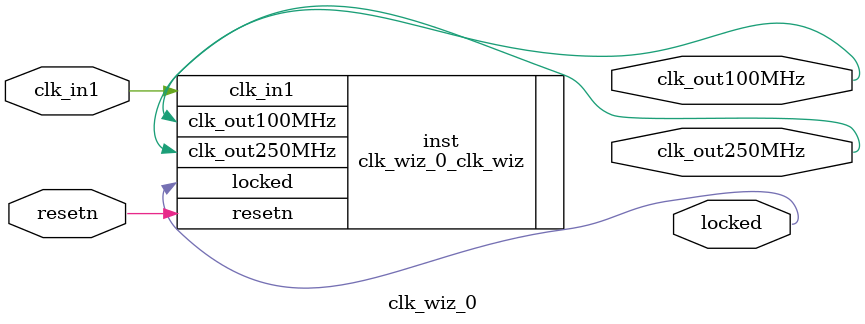
<source format=v>


`timescale 1ps/1ps

(* CORE_GENERATION_INFO = "clk_wiz_0,clk_wiz_v5_4_3_0,{component_name=clk_wiz_0,use_phase_alignment=true,use_min_o_jitter=false,use_max_i_jitter=false,use_dyn_phase_shift=false,use_inclk_switchover=false,use_dyn_reconfig=false,enable_axi=0,feedback_source=FDBK_AUTO,PRIMITIVE=MMCM,num_out_clk=2,clkin1_period=10.000,clkin2_period=10.000,use_power_down=false,use_reset=true,use_locked=true,use_inclk_stopped=false,feedback_type=SINGLE,CLOCK_MGR_TYPE=NA,manual_override=false}" *)

module clk_wiz_0 
 (
  // Clock out ports
  output        clk_out100MHz,
  output        clk_out250MHz,
  // Status and control signals
  input         resetn,
  output        locked,
 // Clock in ports
  input         clk_in1
 );

  clk_wiz_0_clk_wiz inst
  (
  // Clock out ports  
  .clk_out100MHz(clk_out100MHz),
  .clk_out250MHz(clk_out250MHz),
  // Status and control signals               
  .resetn(resetn), 
  .locked(locked),
 // Clock in ports
  .clk_in1(clk_in1)
  );

endmodule

</source>
